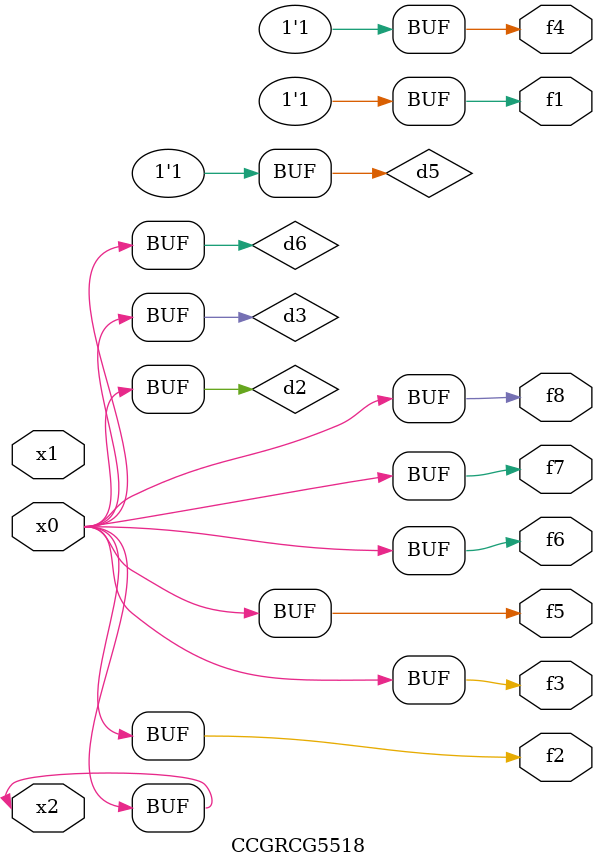
<source format=v>
module CCGRCG5518(
	input x0, x1, x2,
	output f1, f2, f3, f4, f5, f6, f7, f8
);

	wire d1, d2, d3, d4, d5, d6;

	xnor (d1, x2);
	buf (d2, x0, x2);
	and (d3, x0);
	xnor (d4, x1, x2);
	nand (d5, d1, d3);
	buf (d6, d2, d3);
	assign f1 = d5;
	assign f2 = d6;
	assign f3 = d6;
	assign f4 = d5;
	assign f5 = d6;
	assign f6 = d6;
	assign f7 = d6;
	assign f8 = d6;
endmodule

</source>
